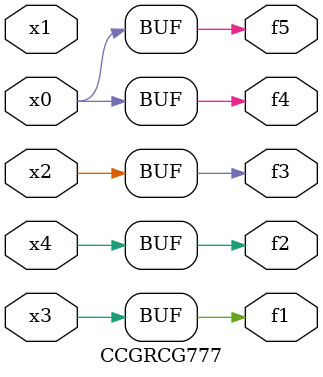
<source format=v>
module CCGRCG777(
	input x0, x1, x2, x3, x4,
	output f1, f2, f3, f4, f5
);
	assign f1 = x3;
	assign f2 = x4;
	assign f3 = x2;
	assign f4 = x0;
	assign f5 = x0;
endmodule

</source>
